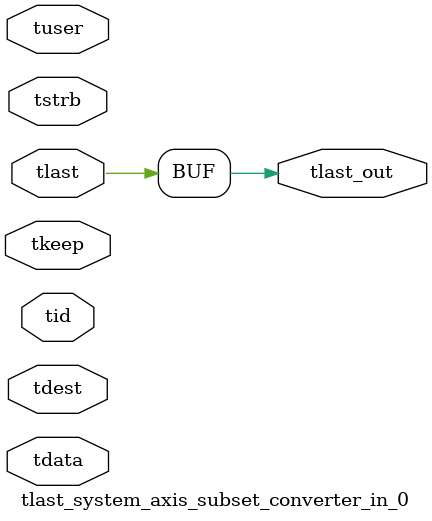
<source format=v>


`timescale 1ps/1ps

module tlast_system_axis_subset_converter_in_0 #
(
parameter C_S_AXIS_TID_WIDTH   = 1,
parameter C_S_AXIS_TUSER_WIDTH = 0,
parameter C_S_AXIS_TDATA_WIDTH = 0,
parameter C_S_AXIS_TDEST_WIDTH = 0
)
(
input  [(C_S_AXIS_TID_WIDTH   == 0 ? 1 : C_S_AXIS_TID_WIDTH)-1:0       ] tid,
input  [(C_S_AXIS_TDATA_WIDTH == 0 ? 1 : C_S_AXIS_TDATA_WIDTH)-1:0     ] tdata,
input  [(C_S_AXIS_TUSER_WIDTH == 0 ? 1 : C_S_AXIS_TUSER_WIDTH)-1:0     ] tuser,
input  [(C_S_AXIS_TDEST_WIDTH == 0 ? 1 : C_S_AXIS_TDEST_WIDTH)-1:0     ] tdest,
input  [(C_S_AXIS_TDATA_WIDTH/8)-1:0 ] tkeep,
input  [(C_S_AXIS_TDATA_WIDTH/8)-1:0 ] tstrb,
input  [0:0]                                                             tlast,
output                                                                   tlast_out
);

assign tlast_out = {tlast};

endmodule


</source>
